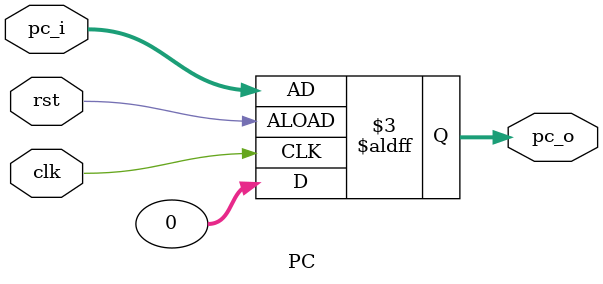
<source format=v>
module PC (
    input clk,
    input rst,
    input [31:0] pc_i,    // Next PC value input
    output reg [31:0] pc_o // Current PC value output
);

    // On reset, PC is set to 0
    // On clock edge, PC is updated with next value
    always @(posedge clk or posedge rst) begin
        if (!rst)
            pc_o <= 32'h00000000;
        else
            pc_o <= pc_i;
    end

endmodule
</source>
